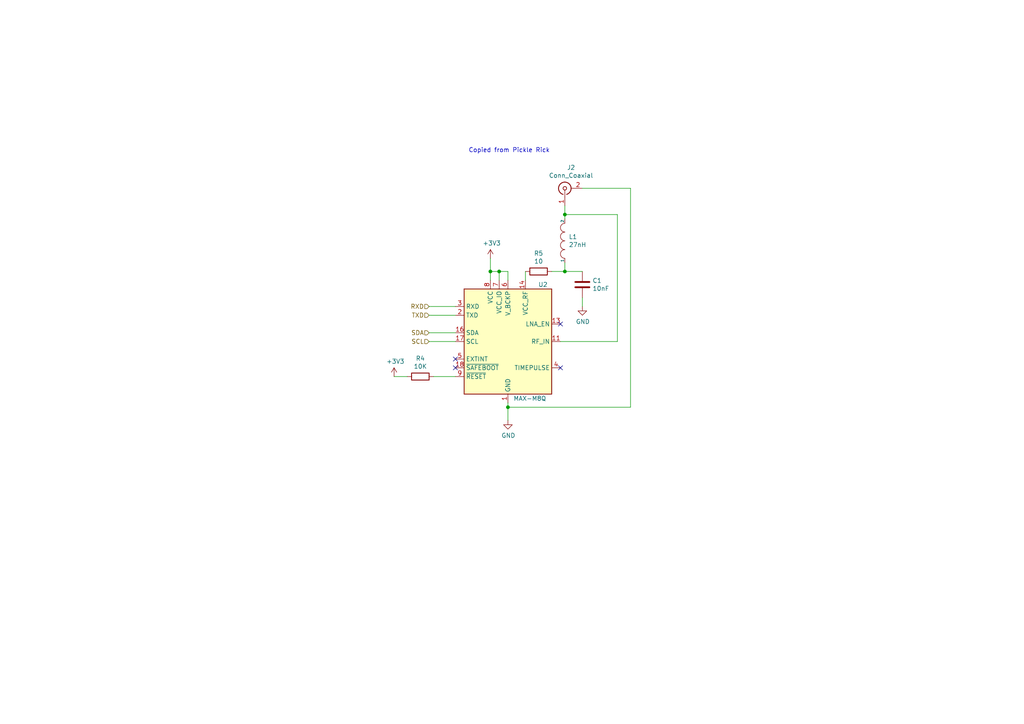
<source format=kicad_sch>
(kicad_sch (version 20211123) (generator eeschema)
  (paper "A4")
  (lib_symbols
    (symbol "Connector:Conn_Coaxial" (pin_names (offset 1.016) hide)
      (property "Reference" "J" (at 0.254 3.048 0))
      (property "Value" "Conn_Coaxial" (at 2.921 0 90))
      (symbol "Conn_Coaxial_0_1"
        (arc (start -1.778 -0.508) (mid 0.222 -1.808) (end 1.778 0) (stroke (width 0.254)))
        (polyline (pts (xy -2.54 0) (xy -0.508 0)))
        (polyline (pts (xy 0 -2.54) (xy 0 -1.778)))
        (circle (center 0 0) (radius 0.508) (stroke (width 0.2032)))
        (arc (start 1.778 0) (mid 0.222 1.8083) (end -1.778 0.508) (stroke (width 0.254)))
      )
      (symbol "Conn_Coaxial_1_1"
        (pin passive line (at -5.08 0 0) (length 2.54) (name "In") (number "1"))
        (pin passive line (at 0 -5.08 90) (length 2.54) (name "Ext") (number "2"))
      )
    )
    (symbol "Device:C" (pin_numbers hide) (pin_names (offset 0.254))
      (property "Reference" "C" (at 0.635 2.54 0))
      (property "Value" "C" (at 0.635 -2.54 0))
      (symbol "C_0_1"
        (polyline (pts (xy -2.032 -0.762) (xy 2.032 -0.762)) (stroke (width 0.508)))
        (polyline (pts (xy -2.032 0.762) (xy 2.032 0.762)) (stroke (width 0.508)))
      )
      (symbol "C_1_1"
        (pin passive line (at 0 3.81 270) (length 2.794) (name "~") (number "1"))
        (pin passive line (at 0 -3.81 90) (length 2.794) (name "~") (number "2"))
      )
    )
    (symbol "Device:R" (pin_numbers hide) (pin_names (offset 0))
      (property "Reference" "R" (at 2.032 0 90))
      (property "Value" "R" (at 0 0 90))
      (symbol "R_0_1"
        (rectangle (start -1.016 -2.54) (end 1.016 2.54) (stroke (width 0.254)))
      )
      (symbol "R_1_1"
        (pin passive line (at 0 3.81 270) (length 1.27) (name "~") (number "1"))
        (pin passive line (at 0 -3.81 90) (length 1.27) (name "~") (number "2"))
      )
    )
    (symbol "RF_GPS:MAX-M8Q"
      (property "Reference" "U" (at -10.16 16.51 0))
      (property "Value" "MAX-M8Q" (at 11.43 16.51 0))
      (symbol "MAX-M8Q_0_1"
        (rectangle (start 12.7 15.24) (end -12.7 -15.24) (stroke (width 0.254)) (fill (type background)))
      )
      (symbol "MAX-M8Q_1_1"
        (pin power_in line (at 0 -17.78 90) (length 2.54) (name "GND") (number "1"))
        (pin passive line (at 0 -17.78 90) (length 2.54) hide (name "GND") (number "10"))
        (pin input line (at 15.24 0 180) (length 2.54) (name "RF_IN") (number "11"))
        (pin passive line (at 0 -17.78 90) (length 2.54) hide (name "GND") (number "12"))
        (pin output line (at 15.24 5.08 180) (length 2.54) (name "LNA_EN") (number "13"))
        (pin power_out line (at 5.08 17.78 270) (length 2.54) (name "VCC_RF") (number "14"))
        (pin no_connect line (at 12.7 -5.08 180) (length 2.54) hide (name "Reserved") (number "15"))
        (pin bidirectional line (at -15.24 2.54 0) (length 2.54) (name "SDA") (number "16"))
        (pin input line (at -15.24 0 0) (length 2.54) (name "SCL") (number "17"))
        (pin input line (at -15.24 -7.62 0) (length 2.54) (name "~{SAFEBOOT}") (number "18"))
        (pin output line (at -15.24 7.62 0) (length 2.54) (name "TXD") (number "2"))
        (pin input line (at -15.24 10.16 0) (length 2.54) (name "RXD") (number "3"))
        (pin output line (at 15.24 -7.62 180) (length 2.54) (name "TIMEPULSE") (number "4"))
        (pin input line (at -15.24 -5.08 0) (length 2.54) (name "EXTINT") (number "5"))
        (pin power_in line (at 0 17.78 270) (length 2.54) (name "V_BCKP") (number "6"))
        (pin power_in line (at -2.54 17.78 270) (length 2.54) (name "VCC_IO") (number "7"))
        (pin power_in line (at -5.08 17.78 270) (length 2.54) (name "VCC") (number "8"))
        (pin input line (at -15.24 -10.16 0) (length 2.54) (name "~{RESET}") (number "9"))
      )
    )
    (symbol "power:+3V3" (power) (pin_names (offset 0))
      (property "Value" "+3V3" (at 0 3.556 0))
      (symbol "+3V3_0_1"
        (polyline (pts (xy -0.762 1.27) (xy 0 2.54)))
        (polyline (pts (xy 0 0) (xy 0 2.54)))
        (polyline (pts (xy 0 2.54) (xy 0.762 1.27)))
      )
      (symbol "+3V3_1_1"
        (pin power_in line (at 0 0 90) (length 0) hide (name "+3V3") (number "1"))
      )
    )
    (symbol "power:GND" (power) (pin_names (offset 0))
      (property "Value" "GND" (at 0 -3.81 0))
      (symbol "GND_0_1"
        (polyline (pts (xy 0 0) (xy 0 -1.27) (xy 1.27 -1.27) (xy 0 -2.54) (xy -1.27 -1.27) (xy 0 -1.27)))
      )
      (symbol "GND_1_1"
        (pin power_in line (at 0 0 270) (length 0) hide (name "GND") (number "1"))
      )
    )
    (symbol "pspice:INDUCTOR" (pin_numbers hide) (pin_names (offset 0))
      (property "Reference" "L" (at 0 2.54 0))
      (property "Value" "INDUCTOR" (at 0 -1.27 0))
      (symbol "INDUCTOR_0_1"
        (arc (start -2.54 0) (mid -3.81 1.27) (end -5.08 0))
        (arc (start 0 0) (mid -1.27 1.27) (end -2.54 0))
        (arc (start 2.54 0) (mid 1.27 1.27) (end 0 0))
        (arc (start 5.08 0) (mid 3.81 1.27) (end 2.54 0))
      )
      (symbol "INDUCTOR_1_1"
        (pin input line (at -6.35 0 0) (length 1.27) (name "1") (number "1"))
        (pin input line (at 6.35 0 180) (length 1.27) (name "2") (number "2"))
      )
    )
  )
  (junction (at 163.83 78.74))
  (junction (at 142.24 78.74))
  (junction (at 147.32 118.11))
  (junction (at 163.83 62.23))
  (junction (at 144.78 78.74))
  (no_connect (at 162.56 93.98))
  (no_connect (at 132.08 104.14))
  (no_connect (at 132.08 106.68))
  (no_connect (at 162.56 106.68))
  (wire (pts (xy 163.83 63.5) (xy 163.83 62.23)))
  (wire (pts (xy 182.88 118.11) (xy 147.32 118.11)))
  (wire (pts (xy 163.83 76.2) (xy 163.83 78.74)))
  (wire (pts (xy 147.32 78.74) (xy 147.32 81.28)))
  (wire (pts (xy 124.46 96.52) (xy 132.08 96.52)))
  (wire (pts (xy 142.24 78.74) (xy 142.24 74.93)))
  (wire (pts (xy 162.56 99.06) (xy 179.07 99.06)))
  (wire (pts (xy 160.02 78.74) (xy 163.83 78.74)))
  (wire (pts (xy 118.11 109.22) (xy 114.3 109.22)))
  (wire (pts (xy 124.46 99.06) (xy 132.08 99.06)))
  (wire (pts (xy 163.83 62.23) (xy 179.07 62.23)))
  (wire (pts (xy 163.83 78.74) (xy 168.91 78.74)))
  (wire (pts (xy 152.4 78.74) (xy 152.4 81.28)))
  (wire (pts (xy 144.78 78.74) (xy 144.78 81.28)))
  (wire (pts (xy 163.83 62.23) (xy 163.83 59.69)))
  (wire (pts (xy 147.32 116.84) (xy 147.32 118.11)))
  (wire (pts (xy 132.08 91.44) (xy 124.46 91.44)))
  (wire (pts (xy 179.07 62.23) (xy 179.07 99.06)))
  (wire (pts (xy 144.78 78.74) (xy 147.32 78.74)))
  (wire (pts (xy 125.73 109.22) (xy 132.08 109.22)))
  (wire (pts (xy 182.88 54.61) (xy 182.88 118.11)))
  (wire (pts (xy 168.91 86.36) (xy 168.91 88.9)))
  (wire (pts (xy 142.24 78.74) (xy 144.78 78.74)))
  (wire (pts (xy 124.46 88.9) (xy 132.08 88.9)))
  (wire (pts (xy 147.32 118.11) (xy 147.32 121.92)))
  (wire (pts (xy 168.91 54.61) (xy 182.88 54.61)))
  (wire (pts (xy 142.24 81.28) (xy 142.24 78.74)))
  (text "Copied from Pickle Rick" (at 135.89 44.45 0) (effects (font (size 1.27 1.27)) (justify left bottom)))
  (hierarchical_label "RXD" (shape input) (at 124.46 88.9 180))
  (hierarchical_label "TXD" (shape input) (at 124.46 91.44 180))
  (hierarchical_label "SDA" (shape input) (at 124.46 96.52 180))
  (hierarchical_label "SCL" (shape input) (at 124.46 99.06 180))
  (symbol (lib_id "power:GND") (at 147.32 121.92 0) (unit 1)
    (property "Reference" "#PWR011" (effects hide))
    (property "Value" "GND" (at 147.447 126.3142 0))
  )
  (symbol (lib_id "Device:C") (at 168.91 82.55 0) (unit 1)
    (property "Reference" "C1" (at 171.831 81.3816 0) (effects (justify left)))
    (property "Value" "10nF" (at 171.831 83.693 0) (effects (justify left)))
    (property "Footprint" "Capacitor_SMD:C_0603_1608Metric" (effects hide))
  )
  (symbol (lib_id "RF_GPS:MAX-M8Q") (at 147.32 99.06 0) (unit 1)
    (property "Reference" "U2" (at 157.48 82.55 0))
    (property "Value" "MAX-M8Q" (at 153.67 115.57 0))
    (property "Footprint" "RF_GPS:ublox_MAX" (effects hide))
    (property "Datasheet" "https://www.u-blox.com/sites/default/files/MAX-M8-FW3_DataSheet_%28UBX-15031506%29.pdf" (effects hide))
  )
  (symbol (lib_id "Connector:Conn_Coaxial") (at 163.83 54.61 90) (unit 1)
    (property "Reference" "J2" (at 165.6334 48.5902 90))
    (property "Value" "Conn_Coaxial" (at 165.6334 50.9016 90))
    (property "Footprint" "Connector_Coaxial:SMA_Molex_73251-1153_EdgeMount_Horizontal" (effects hide))
    (property "Datasheet" " ~" (effects hide))
  )
  (symbol (lib_id "power:+3V3") (at 142.24 74.93 0) (unit 1)
    (property "Reference" "#PWR010" (effects hide))
    (property "Value" "+3V3" (at 142.621 70.5358 0))
  )
  (symbol (lib_id "Device:R") (at 156.21 78.74 270) (unit 1)
    (property "Reference" "R5" (at 156.21 73.4822 90))
    (property "Value" "10" (at 156.21 75.7936 90))
    (property "Footprint" "Resistor_SMD:R_0603_1608Metric" (effects hide))
  )
  (symbol (lib_id "Device:R") (at 121.92 109.22 90) (unit 1)
    (property "Reference" "R4" (at 121.92 103.9622 90))
    (property "Value" "10K" (at 121.92 106.2736 90))
    (property "Footprint" "Resistor_SMD:R_0603_1608Metric" (effects hide))
  )
  (symbol (lib_id "power:GND") (at 168.91 88.9 0) (unit 1)
    (property "Reference" "#PWR012" (effects hide))
    (property "Value" "GND" (at 169.037 93.2942 0))
  )
  (symbol (lib_id "pspice:INDUCTOR") (at 163.83 69.85 90) (unit 1)
    (property "Reference" "L1" (at 164.9476 68.6816 90) (effects (justify right)))
    (property "Value" "27nH" (at 164.9476 70.993 90) (effects (justify right)))
    (property "Footprint" "Inductor_SMD:L_0603_1608Metric" (effects hide))
  )
  (symbol (lib_id "power:+3V3") (at 114.3 109.22 0) (unit 1)
    (property "Reference" "#PWR09" (effects hide))
    (property "Value" "+3V3" (at 114.681 104.8258 0))
  )
)
</source>
